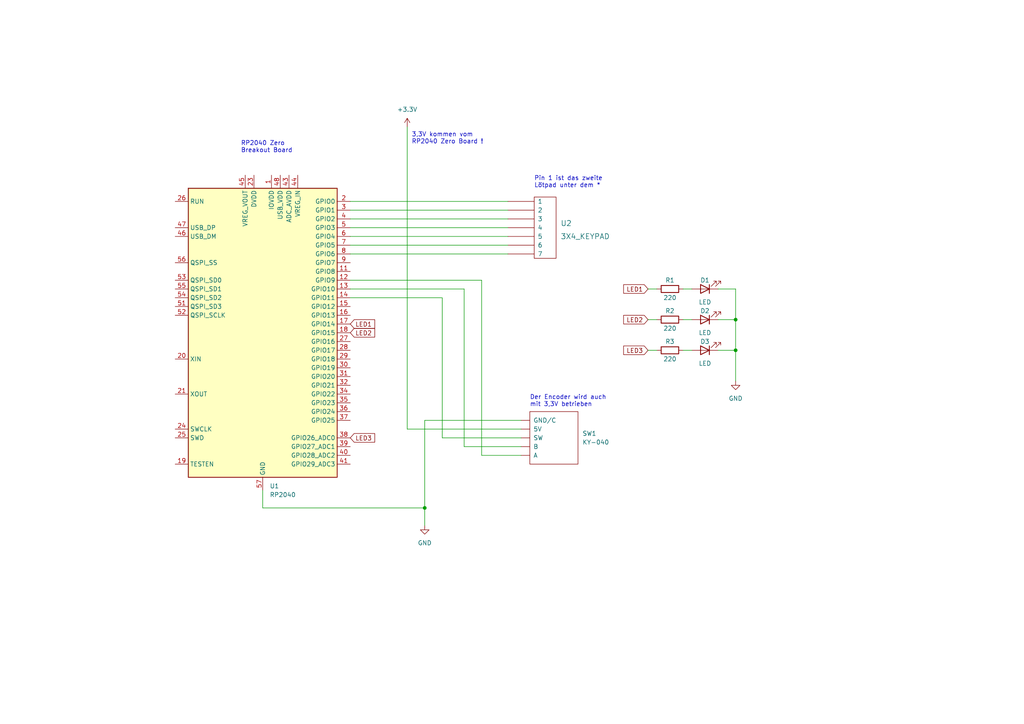
<source format=kicad_sch>
(kicad_sch (version 20211123) (generator eeschema)
  (paper "A4")
  (title_block (title "Mirco Keypad") (date "2022-12-10") (rev "1.0") (company "Dr.Klipper - Dominik Schmidt"))
  (lib_symbols
    (symbol "2:KY-040" (pin_names (offset 1.016))
      (property "Reference" "SW" (at 0 15.24 0))
      (property "Value" "KY-040" (at 0 12.7 0))
      (symbol "KY-040_0_1"
        (rectangle (start -7.62 -2.54) (end 7.62 11.43))
      )
      (symbol "KY-040_1_1"
        (pin power_in line (at -2.54 -5.08 90) (length 2.54) (name "5V") (number "~"))
        (pin output line (at 5.08 -5.08 90) (length 2.54) (name "A") (number "~"))
        (pin output line (at 2.54 -5.08 90) (length 2.54) (name "B") (number "~"))
        (pin output line (at -5.08 -5.08 90) (length 2.54) (name "GND/C") (number "~"))
        (pin input line (at 0 -5.08 90) (length 2.54) (name "SW") (number "~"))
      )
    )
    (symbol "Device:LED" (pin_numbers hide) (pin_names (offset 1.016) hide)
      (property "Reference" "D" (at 0 2.54 0))
      (property "Value" "LED" (at 0 -2.54 0))
      (symbol "LED_0_1"
        (polyline (pts (xy -1.27 -1.27) (xy -1.27 1.27)) (stroke (width 0.254)))
        (polyline (pts (xy -1.27 0) (xy 1.27 0)))
        (polyline (pts (xy 1.27 -1.27) (xy 1.27 1.27) (xy -1.27 0) (xy 1.27 -1.27)) (stroke (width 0.254)))
        (polyline (pts (xy -3.048 -0.762) (xy -4.572 -2.286) (xy -3.81 -2.286) (xy -4.572 -2.286) (xy -4.572 -1.524)))
        (polyline (pts (xy -1.778 -0.762) (xy -3.302 -2.286) (xy -2.54 -2.286) (xy -3.302 -2.286) (xy -3.302 -1.524)))
      )
      (symbol "LED_1_1"
        (pin passive line (at -3.81 0 0) (length 2.54) (name "K") (number "1"))
        (pin passive line (at 3.81 0 180) (length 2.54) (name "A") (number "2"))
      )
    )
    (symbol "Device:R" (pin_numbers hide) (pin_names (offset 0))
      (property "Reference" "R" (at 2.032 0 90))
      (property "Value" "R" (at 0 0 90))
      (symbol "R_0_1"
        (rectangle (start -1.016 -2.54) (end 1.016 2.54) (stroke (width 0.254)))
      )
      (symbol "R_1_1"
        (pin passive line (at 0 3.81 270) (length 1.27) (name "~") (number "1"))
        (pin passive line (at 0 -3.81 90) (length 1.27) (name "~") (number "2"))
      )
    )
    (symbol "Keypad:3X4_KEYPAD" (pin_names (offset 1.016))
      (property "Reference" "U" (at 7.62 3.81 0))
      (property "Value" "3X4_KEYPAD" (at 0 0 0))
      (symbol "3X4_KEYPAD_0_1"
        (rectangle (start -8.89 2.54) (end 8.89 -3.81))
      )
      (symbol "3X4_KEYPAD_1_1"
        (pin input line (at -7.62 -11.43 90) (length 7.62) (name "1") (number "~"))
        (pin input line (at -5.08 -11.43 90) (length 7.62) (name "2") (number "~"))
        (pin input line (at -2.54 -11.43 90) (length 7.62) (name "3") (number "~"))
        (pin input line (at 0 -11.43 90) (length 7.62) (name "4") (number "~"))
        (pin input line (at 2.54 -11.43 90) (length 7.62) (name "5") (number "~"))
        (pin input line (at 5.08 -11.43 90) (length 7.62) (name "6") (number "~"))
        (pin input line (at 7.62 -11.43 90) (length 7.62) (name "7") (number "~"))
      )
    )
    (symbol "MCU_RaspberryPi:RP2040"
      (property "Reference" "U" (at 17.78 45.72 0))
      (property "Value" "RP2040" (at 17.78 43.18 0))
      (symbol "RP2040_0_1"
        (rectangle (start -21.59 41.91) (end 21.59 -41.91) (stroke (width 0.254)) (fill (type background)))
      )
      (symbol "RP2040_1_1"
        (pin power_in line (at 2.54 45.72 270) (length 3.81) (name "IOVDD") (number "1"))
        (pin passive line (at 2.54 45.72 270) (length 3.81) hide (name "IOVDD") (number "10"))
        (pin bidirectional line (at 25.4 17.78 180) (length 3.81) (name "GPIO8") (number "11"))
        (pin bidirectional line (at 25.4 15.24 180) (length 3.81) (name "GPIO9") (number "12"))
        (pin bidirectional line (at 25.4 12.7 180) (length 3.81) (name "GPIO10") (number "13"))
        (pin bidirectional line (at 25.4 10.16 180) (length 3.81) (name "GPIO11") (number "14"))
        (pin bidirectional line (at 25.4 7.62 180) (length 3.81) (name "GPIO12") (number "15"))
        (pin bidirectional line (at 25.4 5.08 180) (length 3.81) (name "GPIO13") (number "16"))
        (pin bidirectional line (at 25.4 2.54 180) (length 3.81) (name "GPIO14") (number "17"))
        (pin bidirectional line (at 25.4 0 180) (length 3.81) (name "GPIO15") (number "18"))
        (pin input line (at -25.4 -38.1 0) (length 3.81) (name "TESTEN") (number "19"))
        (pin bidirectional line (at 25.4 38.1 180) (length 3.81) (name "GPIO0") (number "2"))
        (pin input line (at -25.4 -7.62 0) (length 3.81) (name "XIN") (number "20"))
        (pin passive line (at -25.4 -17.78 0) (length 3.81) (name "XOUT") (number "21"))
        (pin passive line (at 2.54 45.72 270) (length 3.81) hide (name "IOVDD") (number "22"))
        (pin power_in line (at -2.54 45.72 270) (length 3.81) (name "DVDD") (number "23"))
        (pin output line (at -25.4 -27.94 0) (length 3.81) (name "SWCLK") (number "24"))
        (pin bidirectional line (at -25.4 -30.48 0) (length 3.81) (name "SWD") (number "25"))
        (pin input line (at -25.4 38.1 0) (length 3.81) (name "RUN") (number "26"))
        (pin bidirectional line (at 25.4 -2.54 180) (length 3.81) (name "GPIO16") (number "27"))
        (pin bidirectional line (at 25.4 -5.08 180) (length 3.81) (name "GPIO17") (number "28"))
        (pin bidirectional line (at 25.4 -7.62 180) (length 3.81) (name "GPIO18") (number "29"))
        (pin bidirectional line (at 25.4 35.56 180) (length 3.81) (name "GPIO1") (number "3"))
        (pin bidirectional line (at 25.4 -10.16 180) (length 3.81) (name "GPIO19") (number "30"))
        (pin bidirectional line (at 25.4 -12.7 180) (length 3.81) (name "GPIO20") (number "31"))
        (pin bidirectional line (at 25.4 -15.24 180) (length 3.81) (name "GPIO21") (number "32"))
        (pin passive line (at 2.54 45.72 270) (length 3.81) hide (name "IOVDD") (number "33"))
        (pin bidirectional line (at 25.4 -17.78 180) (length 3.81) (name "GPIO22") (number "34"))
        (pin bidirectional line (at 25.4 -20.32 180) (length 3.81) (name "GPIO23") (number "35"))
        (pin bidirectional line (at 25.4 -22.86 180) (length 3.81) (name "GPIO24") (number "36"))
        (pin bidirectional line (at 25.4 -25.4 180) (length 3.81) (name "GPIO25") (number "37"))
        (pin bidirectional line (at 25.4 -30.48 180) (length 3.81) (name "GPIO26_ADC0") (number "38"))
        (pin bidirectional line (at 25.4 -33.02 180) (length 3.81) (name "GPIO27_ADC1") (number "39"))
        (pin bidirectional line (at 25.4 33.02 180) (length 3.81) (name "GPIO2") (number "4"))
        (pin bidirectional line (at 25.4 -35.56 180) (length 3.81) (name "GPIO28_ADC2") (number "40"))
        (pin bidirectional line (at 25.4 -38.1 180) (length 3.81) (name "GPIO29_ADC3") (number "41"))
        (pin passive line (at 2.54 45.72 270) (length 3.81) hide (name "IOVDD") (number "42"))
        (pin power_in line (at 7.62 45.72 270) (length 3.81) (name "ADC_AVDD") (number "43"))
        (pin power_in line (at 10.16 45.72 270) (length 3.81) (name "VREG_IN") (number "44"))
        (pin power_out line (at -5.08 45.72 270) (length 3.81) (name "VREG_VOUT") (number "45"))
        (pin bidirectional line (at -25.4 27.94 0) (length 3.81) (name "USB_DM") (number "46"))
        (pin bidirectional line (at -25.4 30.48 0) (length 3.81) (name "USB_DP") (number "47"))
        (pin power_in line (at 5.08 45.72 270) (length 3.81) (name "USB_VDD") (number "48"))
        (pin passive line (at 2.54 45.72 270) (length 3.81) hide (name "IOVDD") (number "49"))
        (pin bidirectional line (at 25.4 30.48 180) (length 3.81) (name "GPIO3") (number "5"))
        (pin passive line (at -2.54 45.72 270) (length 3.81) hide (name "DVDD") (number "50"))
        (pin bidirectional line (at -25.4 7.62 0) (length 3.81) (name "QSPI_SD3") (number "51"))
        (pin output line (at -25.4 5.08 0) (length 3.81) (name "QSPI_SCLK") (number "52"))
        (pin bidirectional line (at -25.4 15.24 0) (length 3.81) (name "QSPI_SD0") (number "53"))
        (pin bidirectional line (at -25.4 10.16 0) (length 3.81) (name "QSPI_SD2") (number "54"))
        (pin bidirectional line (at -25.4 12.7 0) (length 3.81) (name "QSPI_SD1") (number "55"))
        (pin bidirectional line (at -25.4 20.32 0) (length 3.81) (name "QSPI_SS") (number "56"))
        (pin power_in line (at 0 -45.72 90) (length 3.81) (name "GND") (number "57"))
        (pin bidirectional line (at 25.4 27.94 180) (length 3.81) (name "GPIO4") (number "6"))
        (pin bidirectional line (at 25.4 25.4 180) (length 3.81) (name "GPIO5") (number "7"))
        (pin bidirectional line (at 25.4 22.86 180) (length 3.81) (name "GPIO6") (number "8"))
        (pin bidirectional line (at 25.4 20.32 180) (length 3.81) (name "GPIO7") (number "9"))
      )
    )
    (symbol "power:+3.3V" (power) (pin_names (offset 0))
      (property "Value" "+3.3V" (at 0 3.556 0))
      (symbol "+3.3V_0_1"
        (polyline (pts (xy -0.762 1.27) (xy 0 2.54)))
        (polyline (pts (xy 0 0) (xy 0 2.54)))
        (polyline (pts (xy 0 2.54) (xy 0.762 1.27)))
      )
      (symbol "+3.3V_1_1"
        (pin power_in line (at 0 0 90) (length 0) hide (name "+3.3V") (number "1"))
      )
    )
    (symbol "power:GND" (power) (pin_names (offset 0))
      (property "Value" "GND" (at 0 -3.81 0))
      (symbol "GND_0_1"
        (polyline (pts (xy 0 0) (xy 0 -1.27) (xy 1.27 -1.27) (xy 0 -2.54) (xy -1.27 -1.27) (xy 0 -1.27)))
      )
      (symbol "GND_1_1"
        (pin power_in line (at 0 0 270) (length 0) hide (name "GND") (number "1"))
      )
    )
  )
  (junction (at 213.36 101.6))
  (junction (at 123.19 147.32))
  (junction (at 213.36 92.71))
  (wire (pts (xy 139.7 81.28) (xy 101.6 81.28)))
  (wire (pts (xy 123.19 147.32) (xy 123.19 152.4)))
  (wire (pts (xy 151.13 127) (xy 128.27 127)))
  (wire (pts (xy 101.6 73.66) (xy 147.32 73.66)))
  (wire (pts (xy 198.12 83.82) (xy 200.66 83.82)))
  (wire (pts (xy 101.6 63.5) (xy 147.32 63.5)))
  (wire (pts (xy 139.7 132.08) (xy 139.7 81.28)))
  (wire (pts (xy 187.96 92.71) (xy 190.5 92.71)))
  (wire (pts (xy 134.62 129.54) (xy 134.62 83.82)))
  (wire (pts (xy 128.27 86.36) (xy 101.6 86.36)))
  (wire (pts (xy 198.12 101.6) (xy 200.66 101.6)))
  (wire (pts (xy 187.96 83.82) (xy 190.5 83.82)))
  (wire (pts (xy 123.19 121.92) (xy 123.19 147.32)))
  (wire (pts (xy 101.6 60.96) (xy 147.32 60.96)))
  (wire (pts (xy 151.13 132.08) (xy 139.7 132.08)))
  (wire (pts (xy 213.36 92.71) (xy 208.28 92.71)))
  (wire (pts (xy 76.2 142.24) (xy 76.2 147.32)))
  (wire (pts (xy 118.11 124.46) (xy 151.13 124.46)))
  (wire (pts (xy 213.36 101.6) (xy 213.36 92.71)))
  (wire (pts (xy 118.11 36.83) (xy 118.11 124.46)))
  (wire (pts (xy 208.28 83.82) (xy 213.36 83.82)))
  (wire (pts (xy 208.28 101.6) (xy 213.36 101.6)))
  (wire (pts (xy 198.12 92.71) (xy 200.66 92.71)))
  (wire (pts (xy 151.13 121.92) (xy 123.19 121.92)))
  (wire (pts (xy 101.6 58.42) (xy 147.32 58.42)))
  (wire (pts (xy 213.36 101.6) (xy 213.36 110.49)))
  (wire (pts (xy 101.6 68.58) (xy 147.32 68.58)))
  (wire (pts (xy 151.13 129.54) (xy 134.62 129.54)))
  (wire (pts (xy 101.6 71.12) (xy 147.32 71.12)))
  (wire (pts (xy 128.27 127) (xy 128.27 86.36)))
  (wire (pts (xy 187.96 101.6) (xy 190.5 101.6)))
  (wire (pts (xy 213.36 83.82) (xy 213.36 92.71)))
  (wire (pts (xy 134.62 83.82) (xy 101.6 83.82)))
  (wire (pts (xy 76.2 147.32) (xy 123.19 147.32)))
  (wire (pts (xy 101.6 66.04) (xy 147.32 66.04)))
  (text "Der Encoder wird auch \nmit 3,3V betrieben" (at 153.67 118.11 0) (effects (font (size 1.27 1.27)) (justify left bottom)))
  (text "3,3V kommen vom \nRP2040 Zero Board !" (at 119.38 41.91 0) (effects (font (size 1.27 1.27)) (justify left bottom)))
  (text "RP2040 Zero \nBreakout Board" (at 69.85 44.45 0) (effects (font (size 1.27 1.27)) (justify left bottom)))
  (text "Pin 1 ist das zweite \nLötpad unter dem *" (at 154.94 54.61 0) (effects (font (size 1.27 1.27)) (justify left bottom)))
  (global_label "LED2" (shape input) (at 187.96 92.71 180) (property "Intersheet References" "${INTERSHEET_REFS}" (effects hide)))
  (global_label "LED1" (shape input) (at 101.6 93.98 0) (property "Intersheet References" "${INTERSHEET_REFS}" (effects hide)))
  (global_label "LED3" (shape input) (at 101.6 127 0) (property "Intersheet References" "${INTERSHEET_REFS}" (effects hide)))
  (global_label "LED3" (shape input) (at 187.96 101.6 180) (property "Intersheet References" "${INTERSHEET_REFS}" (effects hide)))
  (global_label "LED1" (shape input) (at 187.96 83.82 180) (property "Intersheet References" "${INTERSHEET_REFS}" (effects hide)))
  (global_label "LED2" (shape input) (at 101.6 96.52 0) (property "Intersheet References" "${INTERSHEET_REFS}" (effects hide)))
  (symbol (lib_id "Device:R") (at 194.31 92.71 90) (unit 1)
    (property "Reference" "R2" (at 194.31 90.17 90))
    (property "Value" "220" (at 194.31 95.25 90))
  )
  (symbol (lib_id "Device:LED") (at 204.47 101.6 180) (unit 1)
    (property "Reference" "D3" (at 204.47 99.06 0))
    (property "Value" "LED" (at 204.47 105.41 0))
  )
  (symbol (lib_id "power:GND") (at 123.19 152.4 0) (unit 1)
    (property "Reference" "#PWR02" (effects hide))
    (property "Value" "GND" (at 123.19 157.48 0))
  )
  (symbol (lib_id "Keypad:3X4_KEYPAD") (at 158.75 66.04 270) (unit 1)
    (property "Reference" "U2" (at 162.56 64.77 90) (effects (font (size 1.524 1.524)) (justify left)))
    (property "Value" "3X4_KEYPAD" (at 162.56 68.58 90) (effects (font (size 1.524 1.524)) (justify left)))
  )
  (symbol (lib_id "Device:R") (at 194.31 101.6 90) (unit 1)
    (property "Reference" "R3" (at 194.31 99.06 90))
    (property "Value" "220" (at 194.31 104.14 90))
  )
  (symbol (lib_id "2:KY-040") (at 156.21 127 270) (unit 1)
    (property "Reference" "SW1" (at 168.91 125.7299 90) (effects (justify left)))
    (property "Value" "KY-040" (at 168.91 128.2699 90) (effects (justify left)))
  )
  (symbol (lib_id "MCU_RaspberryPi:RP2040") (at 76.2 96.52 0) (unit 1)
    (property "Reference" "U1" (at 78.2194 140.97 0) (effects (justify left)))
    (property "Value" "RP2040" (at 78.2194 143.51 0) (effects (justify left)))
    (property "Footprint" "Package_DFN_QFN:QFN-56-1EP_7x7mm_P0.4mm_EP3.2x3.2mm" (effects hide))
    (property "Datasheet" "https://datasheets.raspberrypi.com/rp2040/rp2040-datasheet.pdf" (effects hide))
  )
  (symbol (lib_id "Device:LED") (at 204.47 83.82 180) (unit 1)
    (property "Reference" "D1" (at 204.47 81.28 0))
    (property "Value" "LED" (at 204.47 87.63 0))
  )
  (symbol (lib_id "Device:LED") (at 204.47 92.71 180) (unit 1)
    (property "Reference" "D2" (at 204.47 90.17 0))
    (property "Value" "LED" (at 204.47 96.52 0))
  )
  (symbol (lib_id "power:+3.3V") (at 118.11 36.83 0) (unit 1)
    (property "Reference" "#PWR01" (effects hide))
    (property "Value" "+3.3V" (at 118.11 31.75 0))
  )
  (symbol (lib_id "power:GND") (at 213.36 110.49 0) (unit 1)
    (property "Reference" "#PWR03" (effects hide))
    (property "Value" "GND" (at 213.36 115.57 0))
  )
  (symbol (lib_id "Device:R") (at 194.31 83.82 90) (unit 1)
    (property "Reference" "R1" (at 194.31 81.28 90))
    (property "Value" "220" (at 194.31 86.36 90))
  )
)
</source>
